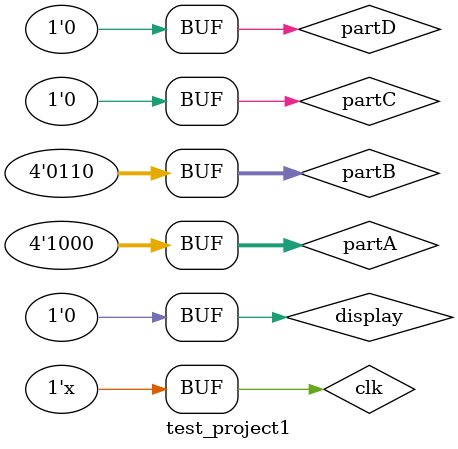
<source format=v>
`timescale 1ns / 1ps


module test_project1;

	// Inputs
	reg clk;
	reg [3:0] partA;
	reg [3:0] partB;
	reg partC;
	reg partD;
	reg display;
	
	// Outputs
	wire [3:0] partE;
		
	// Instantiate the Unit Under Test (UUT)
	project1 uut (
		.clk(clk), 
		.partA(partA), 
		.partB(partB), 
		.partC(partC),
		.partD(partD), 
		.display(display),
		.partE(partE)
		);

	initial begin
		// Initialize Inputs
		clk = 0;
		partD = 0;
		display = 0;
		partA = 0;
		partB = 0;
		partC = 0;

		#100;
		partA = 4'b0001;
		partB = 4'b1010;
		partC = 1;
		
		#50;
		partC = 0;
 
		#100;
		partA = 4'b0010;
		partB = 4'b0101;
		partC = 1;
		
		#50;
		partC = 0;

		#100;
		partA = 4'b0100;
		partB = 4'b1110;
		partC = 1;
		
		#50;
		partC = 0;

		#100;
		partA = 4'b1000;
		partB = 4'b0110;
		partC = 1;
		
		#50;
		partC = 0;
		
		#100;
		partD = 1;
			
		#50;
		partD = 0;
		
		#50
		display = 1;
		
		#100
		display =0;
		
		#50
		display =1;
		
		#200
		display =0;
		
		#50
		display=1;
		
		#200
		display=0;
		
		#50
		display =1;
		
		#200
		display=0;
		
		#50
		display =1;
		
		#200
		display=0;
		
		#50
		display =1;
		
		#200
		display=0;
		
		#50
		display =1;
		
		#200
		display=0;
		
		#50
		display =1;
		
		#200
		display=0;
		
		#50
		display =1;
		
		#200
		display=0;
	
		
		#3000;
		// Add stimulus here

	end
	
	always 
	#5 clk = ~clk;
      
endmodule

</source>
